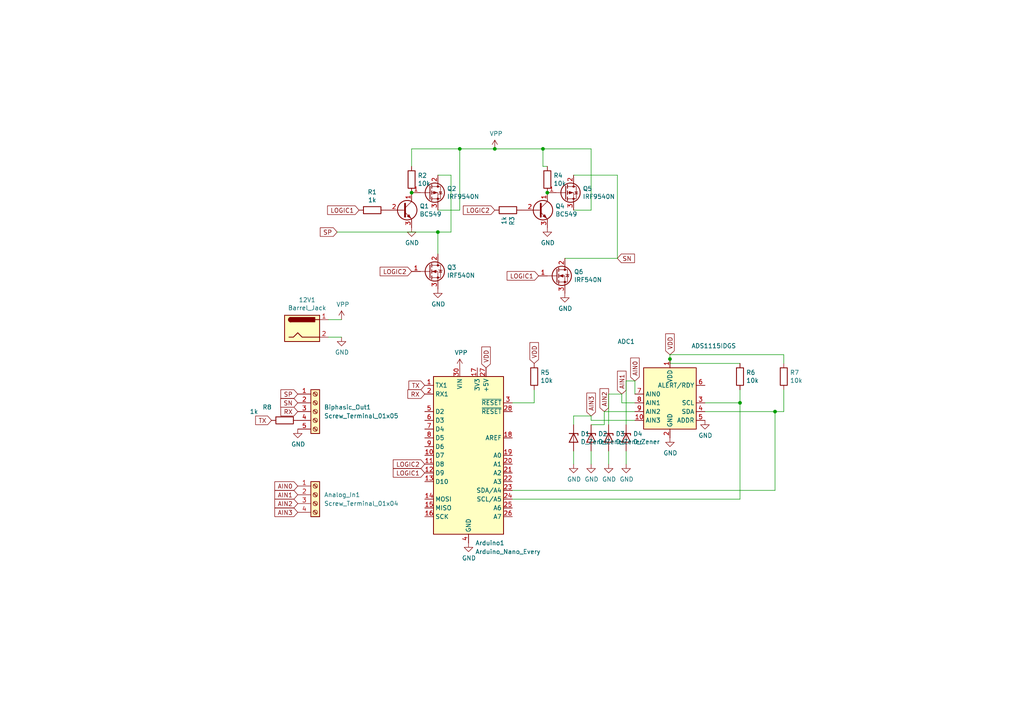
<source format=kicad_sch>
(kicad_sch (version 20230121) (generator eeschema)
  (paper "A4")
  (lib_symbols
    (symbol "Analog_ADC:ADS1115IDGS"
      (property "Reference" "U3" (at -12.7 17.78 0))
      (property "Value" "ADS1115IDGS" (at 12.7 16.51 0))
      (symbol "ADS1115IDGS_0_1"
        (rectangle (start -7.62 10.16) (end 7.62 -7.62) (stroke (width 0.254)) (fill (type background)))
      )
      (symbol "ADS1115IDGS_1_1"
        (pin power_in line (at 0 12.7 270) (length 2.54) (name "VDD") (number "1"))
        (pin input line (at -10.16 -5.08 0) (length 2.54) (name "AIN3") (number "10"))
        (pin power_in line (at 0 -10.16 90) (length 2.54) (name "GND") (number "2"))
        (pin input line (at 10.16 0 180) (length 2.54) (name "SCL") (number "3"))
        (pin bidirectional line (at 10.16 -2.54 180) (length 2.54) (name "SDA") (number "4"))
        (pin input line (at 10.16 -5.08 180) (length 2.54) (name "ADDR") (number "5"))
        (pin output line (at 10.16 5.08 180) (length 2.54) (name "ALERT/RDY") (number "6"))
        (pin input line (at -10.16 2.54 0) (length 2.54) (name "AIN0") (number "7"))
        (pin input line (at -10.16 0 0) (length 2.54) (name "AIN1") (number "8"))
        (pin input line (at -10.16 -2.54 0) (length 2.54) (name "AIN2") (number "9"))
      )
    )
    (symbol "Connector:Barrel_Jack" (pin_names (offset 1.016))
      (property "Reference" "J" (at 0 5.334 0))
      (property "Value" "Barrel_Jack" (at 0 -5.08 0))
      (symbol "Barrel_Jack_0_1"
        (rectangle (start -5.08 3.81) (end 5.08 -3.81) (stroke (width 0.254)) (fill (type background)))
        (arc (start -3.302 3.175) (mid -3.9343 2.54) (end -3.302 1.905) (stroke (width 0.254)))
        (arc (start -3.302 3.175) (mid -3.9343 2.54) (end -3.302 1.905) (stroke (width 0.254)) (fill (type outline)))
        (polyline (pts (xy 5.08 2.54) (xy 3.81 2.54)) (stroke (width 0.254)))
        (polyline (pts (xy -3.81 -2.54) (xy -2.54 -2.54) (xy -1.27 -1.27) (xy 0 -2.54) (xy 2.54 -2.54) (xy 5.08 -2.54)) (stroke (width 0.254)))
        (rectangle (start 3.683 3.175) (end -3.302 1.905) (stroke (width 0.254)) (fill (type outline)))
      )
      (symbol "Barrel_Jack_1_1"
        (pin passive line (at 7.62 2.54 180) (length 2.54) (name "~") (number "1"))
        (pin passive line (at 7.62 -2.54 180) (length 2.54) (name "~") (number "2"))
      )
    )
    (symbol "Connector:Screw_Terminal_01x04" (pin_names (offset 1.016) hide)
      (property "Reference" "J" (at 0 5.08 0))
      (property "Value" "Screw_Terminal_01x04" (at 0 -7.62 0))
      (symbol "Screw_Terminal_01x04_1_1"
        (rectangle (start -1.27 3.81) (end 1.27 -6.35) (stroke (width 0.254)) (fill (type background)))
        (circle (center 0 -5.08) (radius 0.635) (stroke (width 0.1524)))
        (circle (center 0 -2.54) (radius 0.635) (stroke (width 0.1524)))
        (polyline (pts (xy -0.5334 -4.7498) (xy 0.3302 -5.588)) (stroke (width 0.1524)))
        (polyline (pts (xy -0.5334 -2.2098) (xy 0.3302 -3.048)) (stroke (width 0.1524)))
        (polyline (pts (xy -0.5334 0.3302) (xy 0.3302 -0.508)) (stroke (width 0.1524)))
        (polyline (pts (xy -0.5334 2.8702) (xy 0.3302 2.032)) (stroke (width 0.1524)))
        (polyline (pts (xy -0.3556 -4.572) (xy 0.508 -5.4102)) (stroke (width 0.1524)))
        (polyline (pts (xy -0.3556 -2.032) (xy 0.508 -2.8702)) (stroke (width 0.1524)))
        (polyline (pts (xy -0.3556 0.508) (xy 0.508 -0.3302)) (stroke (width 0.1524)))
        (polyline (pts (xy -0.3556 3.048) (xy 0.508 2.2098)) (stroke (width 0.1524)))
        (circle (center 0 0) (radius 0.635) (stroke (width 0.1524)))
        (circle (center 0 2.54) (radius 0.635) (stroke (width 0.1524)))
        (pin passive line (at -5.08 2.54 0) (length 3.81) (name "Pin_1") (number "1"))
        (pin passive line (at -5.08 0 0) (length 3.81) (name "Pin_2") (number "2"))
        (pin passive line (at -5.08 -2.54 0) (length 3.81) (name "Pin_3") (number "3"))
        (pin passive line (at -5.08 -5.08 0) (length 3.81) (name "Pin_4") (number "4"))
      )
    )
    (symbol "Connector:Screw_Terminal_01x05" (pin_names (offset 1.016) hide)
      (property "Reference" "J" (at 0 7.62 0))
      (property "Value" "Screw_Terminal_01x05" (at 0 -7.62 0))
      (symbol "Screw_Terminal_01x05_1_1"
        (rectangle (start -1.27 6.35) (end 1.27 -6.35) (stroke (width 0.254)) (fill (type background)))
        (circle (center 0 -5.08) (radius 0.635) (stroke (width 0.1524)))
        (circle (center 0 -2.54) (radius 0.635) (stroke (width 0.1524)))
        (polyline (pts (xy -0.5334 -4.7498) (xy 0.3302 -5.588)) (stroke (width 0.1524)))
        (polyline (pts (xy -0.5334 -2.2098) (xy 0.3302 -3.048)) (stroke (width 0.1524)))
        (polyline (pts (xy -0.5334 0.3302) (xy 0.3302 -0.508)) (stroke (width 0.1524)))
        (polyline (pts (xy -0.5334 2.8702) (xy 0.3302 2.032)) (stroke (width 0.1524)))
        (polyline (pts (xy -0.5334 5.4102) (xy 0.3302 4.572)) (stroke (width 0.1524)))
        (polyline (pts (xy -0.3556 -4.572) (xy 0.508 -5.4102)) (stroke (width 0.1524)))
        (polyline (pts (xy -0.3556 -2.032) (xy 0.508 -2.8702)) (stroke (width 0.1524)))
        (polyline (pts (xy -0.3556 0.508) (xy 0.508 -0.3302)) (stroke (width 0.1524)))
        (polyline (pts (xy -0.3556 3.048) (xy 0.508 2.2098)) (stroke (width 0.1524)))
        (polyline (pts (xy -0.3556 5.588) (xy 0.508 4.7498)) (stroke (width 0.1524)))
        (circle (center 0 0) (radius 0.635) (stroke (width 0.1524)))
        (circle (center 0 2.54) (radius 0.635) (stroke (width 0.1524)))
        (circle (center 0 5.08) (radius 0.635) (stroke (width 0.1524)))
        (pin passive line (at -5.08 5.08 0) (length 3.81) (name "Pin_1") (number "1"))
        (pin passive line (at -5.08 2.54 0) (length 3.81) (name "Pin_2") (number "2"))
        (pin passive line (at -5.08 0 0) (length 3.81) (name "Pin_3") (number "3"))
        (pin passive line (at -5.08 -2.54 0) (length 3.81) (name "Pin_4") (number "4"))
        (pin passive line (at -5.08 -5.08 0) (length 3.81) (name "Pin_5") (number "5"))
      )
    )
    (symbol "Device:D_Zener" (pin_numbers hide) (pin_names (offset 1.016) hide)
      (property "Reference" "D" (at 0 2.54 0))
      (property "Value" "D_Zener" (at 0 -2.54 0))
      (symbol "D_Zener_0_1"
        (polyline (pts (xy 1.27 0) (xy -1.27 0)))
        (polyline (pts (xy -1.27 -1.27) (xy -1.27 1.27) (xy -0.762 1.27)) (stroke (width 0.254)))
        (polyline (pts (xy 1.27 -1.27) (xy 1.27 1.27) (xy -1.27 0) (xy 1.27 -1.27)) (stroke (width 0.254)))
      )
      (symbol "D_Zener_1_1"
        (pin passive line (at -3.81 0 0) (length 2.54) (name "K") (number "1"))
        (pin passive line (at 3.81 0 180) (length 2.54) (name "A") (number "2"))
      )
    )
    (symbol "Device:R" (pin_numbers hide) (pin_names (offset 0))
      (property "Reference" "R" (at 2.032 0 90))
      (property "Value" "R" (at 0 0 90))
      (symbol "R_0_1"
        (rectangle (start -1.016 -2.54) (end 1.016 2.54) (stroke (width 0.254)))
      )
      (symbol "R_1_1"
        (pin passive line (at 0 3.81 270) (length 1.27) (name "~") (number "1"))
        (pin passive line (at 0 -3.81 90) (length 1.27) (name "~") (number "2"))
      )
    )
    (symbol "MCU_Module:Arduino_Nano_Every"
      (property "Reference" "A" (at -10.16 23.495 0))
      (property "Value" "Arduino_Nano_Every" (at 5.08 -24.13 0))
      (symbol "Arduino_Nano_Every_0_1"
        (rectangle (start -10.16 22.86) (end 10.16 -22.86) (stroke (width 0.254)) (fill (type background)))
      )
      (symbol "Arduino_Nano_Every_1_1"
        (pin bidirectional line (at -12.7 20.32 0) (length 2.54) (name "TX1") (number "1"))
        (pin bidirectional line (at -12.7 0 0) (length 2.54) (name "D7") (number "10"))
        (pin bidirectional line (at -12.7 -2.54 0) (length 2.54) (name "D8") (number "11"))
        (pin bidirectional line (at -12.7 -5.08 0) (length 2.54) (name "D9") (number "12"))
        (pin bidirectional line (at -12.7 -7.62 0) (length 2.54) (name "D10") (number "13"))
        (pin bidirectional line (at -12.7 -12.7 0) (length 2.54) (name "MOSI") (number "14"))
        (pin bidirectional line (at -12.7 -15.24 0) (length 2.54) (name "MISO") (number "15"))
        (pin bidirectional line (at -12.7 -17.78 0) (length 2.54) (name "SCK") (number "16"))
        (pin power_out line (at 2.54 25.4 270) (length 2.54) (name "3V3") (number "17"))
        (pin input line (at 12.7 5.08 180) (length 2.54) (name "AREF") (number "18"))
        (pin bidirectional line (at 12.7 0 180) (length 2.54) (name "A0") (number "19"))
        (pin bidirectional line (at -12.7 17.78 0) (length 2.54) (name "RX1") (number "2"))
        (pin bidirectional line (at 12.7 -2.54 180) (length 2.54) (name "A1") (number "20"))
        (pin bidirectional line (at 12.7 -5.08 180) (length 2.54) (name "A2") (number "21"))
        (pin bidirectional line (at 12.7 -7.62 180) (length 2.54) (name "A3") (number "22"))
        (pin bidirectional line (at 12.7 -10.16 180) (length 2.54) (name "SDA/A4") (number "23"))
        (pin bidirectional line (at 12.7 -12.7 180) (length 2.54) (name "SCL/A5") (number "24"))
        (pin bidirectional line (at 12.7 -15.24 180) (length 2.54) (name "A6") (number "25"))
        (pin bidirectional line (at 12.7 -17.78 180) (length 2.54) (name "A7") (number "26"))
        (pin power_out line (at 5.08 25.4 270) (length 2.54) (name "+5V") (number "27"))
        (pin input line (at 12.7 12.7 180) (length 2.54) (name "~{RESET}") (number "28"))
        (pin passive line (at 0 -25.4 90) (length 2.54) hide (name "GND") (number "29"))
        (pin input line (at 12.7 15.24 180) (length 2.54) (name "~{RESET}") (number "3"))
        (pin power_in line (at -2.54 25.4 270) (length 2.54) (name "VIN") (number "30"))
        (pin power_in line (at 0 -25.4 90) (length 2.54) (name "GND") (number "4"))
        (pin bidirectional line (at -12.7 12.7 0) (length 2.54) (name "D2") (number "5"))
        (pin bidirectional line (at -12.7 10.16 0) (length 2.54) (name "D3") (number "6"))
        (pin bidirectional line (at -12.7 7.62 0) (length 2.54) (name "D4") (number "7"))
        (pin bidirectional line (at -12.7 5.08 0) (length 2.54) (name "D5") (number "8"))
        (pin bidirectional line (at -12.7 2.54 0) (length 2.54) (name "D6") (number "9"))
      )
    )
    (symbol "Transistor_BJT:BC549" (pin_names (offset 0) hide)
      (property "Reference" "Q" (at 5.08 1.905 0))
      (property "Value" "BC549" (at 5.08 0 0))
      (symbol "BC549_0_1"
        (polyline (pts (xy 0 0) (xy 0.635 0)))
        (polyline (pts (xy 0.635 0.635) (xy 2.54 2.54)))
        (polyline (pts (xy 0.635 -0.635) (xy 2.54 -2.54) (xy 2.54 -2.54)))
        (polyline (pts (xy 0.635 1.905) (xy 0.635 -1.905) (xy 0.635 -1.905)) (stroke (width 0.508)))
        (polyline (pts (xy 1.27 -1.778) (xy 1.778 -1.27) (xy 2.286 -2.286) (xy 1.27 -1.778) (xy 1.27 -1.778)) (fill (type outline)))
        (circle (center 1.27 0) (radius 2.8194) (stroke (width 0.254)))
      )
      (symbol "BC549_1_1"
        (pin passive line (at 2.54 5.08 270) (length 2.54) (name "C") (number "1"))
        (pin input line (at -5.08 0 0) (length 5.08) (name "B") (number "2"))
        (pin passive line (at 2.54 -5.08 90) (length 2.54) (name "E") (number "3"))
      )
    )
    (symbol "Transistor_FET:IRF540N" (pin_names hide)
      (property "Reference" "Q" (at 6.35 1.905 0))
      (property "Value" "IRF540N" (at 6.35 0 0))
      (symbol "IRF540N_0_1"
        (polyline (pts (xy 0.254 0) (xy -2.54 0)))
        (polyline (pts (xy 0.254 1.905) (xy 0.254 -1.905)) (stroke (width 0.254)))
        (polyline (pts (xy 0.762 -1.27) (xy 0.762 -2.286)) (stroke (width 0.254)))
        (polyline (pts (xy 0.762 0.508) (xy 0.762 -0.508)) (stroke (width 0.254)))
        (polyline (pts (xy 0.762 2.286) (xy 0.762 1.27)) (stroke (width 0.254)))
        (polyline (pts (xy 2.54 2.54) (xy 2.54 1.778)))
        (polyline (pts (xy 2.54 -2.54) (xy 2.54 0) (xy 0.762 0)))
        (polyline (pts (xy 0.762 -1.778) (xy 3.302 -1.778) (xy 3.302 1.778) (xy 0.762 1.778)))
        (polyline (pts (xy 1.016 0) (xy 2.032 0.381) (xy 2.032 -0.381) (xy 1.016 0)) (fill (type outline)))
        (polyline (pts (xy 2.794 0.508) (xy 2.921 0.381) (xy 3.683 0.381) (xy 3.81 0.254)))
        (polyline (pts (xy 3.302 0.381) (xy 2.921 -0.254) (xy 3.683 -0.254) (xy 3.302 0.381)))
        (circle (center 1.651 0) (radius 2.794) (stroke (width 0.254)))
        (circle (center 2.54 -1.778) (radius 0.254) (fill (type outline)))
        (circle (center 2.54 1.778) (radius 0.254) (fill (type outline)))
      )
      (symbol "IRF540N_1_1"
        (pin input line (at -5.08 0 0) (length 2.54) (name "G") (number "1"))
        (pin passive line (at 2.54 5.08 270) (length 2.54) (name "D") (number "2"))
        (pin passive line (at 2.54 -5.08 90) (length 2.54) (name "S") (number "3"))
      )
    )
    (symbol "Transistor_FET:IRF9540N" (pin_names hide)
      (property "Reference" "Q" (at 5.08 1.905 0))
      (property "Value" "IRF9540N" (at 5.08 0 0))
      (symbol "IRF9540N_0_1"
        (polyline (pts (xy 0.254 0) (xy -2.54 0)))
        (polyline (pts (xy 0.254 1.905) (xy 0.254 -1.905)) (stroke (width 0.254)))
        (polyline (pts (xy 0.762 -1.27) (xy 0.762 -2.286)) (stroke (width 0.254)))
        (polyline (pts (xy 0.762 0.508) (xy 0.762 -0.508)) (stroke (width 0.254)))
        (polyline (pts (xy 0.762 2.286) (xy 0.762 1.27)) (stroke (width 0.254)))
        (polyline (pts (xy 2.54 2.54) (xy 2.54 1.778)))
        (polyline (pts (xy 2.54 -2.54) (xy 2.54 0) (xy 0.762 0)))
        (polyline (pts (xy 0.762 1.778) (xy 3.302 1.778) (xy 3.302 -1.778) (xy 0.762 -1.778)))
        (polyline (pts (xy 2.286 0) (xy 1.27 0.381) (xy 1.27 -0.381) (xy 2.286 0)) (fill (type outline)))
        (polyline (pts (xy 2.794 -0.508) (xy 2.921 -0.381) (xy 3.683 -0.381) (xy 3.81 -0.254)))
        (polyline (pts (xy 3.302 -0.381) (xy 2.921 0.254) (xy 3.683 0.254) (xy 3.302 -0.381)))
        (circle (center 1.651 0) (radius 2.794) (stroke (width 0.254)))
        (circle (center 2.54 -1.778) (radius 0.254) (fill (type outline)))
        (circle (center 2.54 1.778) (radius 0.254) (fill (type outline)))
      )
      (symbol "IRF9540N_1_1"
        (pin input line (at -5.08 0 0) (length 2.54) (name "G") (number "1"))
        (pin passive line (at 2.54 5.08 270) (length 2.54) (name "D") (number "2"))
        (pin passive line (at 2.54 -5.08 90) (length 2.54) (name "S") (number "3"))
      )
    )
    (symbol "power:GND" (power) (pin_names (offset 0))
      (property "Value" "GND" (at 0 -3.81 0))
      (symbol "GND_0_1"
        (polyline (pts (xy 0 0) (xy 0 -1.27) (xy 1.27 -1.27) (xy 0 -2.54) (xy -1.27 -1.27) (xy 0 -1.27)))
      )
      (symbol "GND_1_1"
        (pin power_in line (at 0 0 270) (length 0) hide (name "GND") (number "1"))
      )
    )
    (symbol "power:VPP" (power) (pin_names (offset 0))
      (property "Value" "VPP" (at 0 3.81 0))
      (symbol "VPP_0_1"
        (polyline (pts (xy -0.762 1.27) (xy 0 2.54)))
        (polyline (pts (xy 0 0) (xy 0 2.54)))
        (polyline (pts (xy 0 2.54) (xy 0.762 1.27)))
      )
      (symbol "VPP_1_1"
        (pin power_in line (at 0 0 90) (length 0) hide (name "VPP") (number "1"))
      )
    )
  )
  (junction (at 214.63 116.84))
  (junction (at 158.75 55.88))
  (junction (at 133.35 43.18))
  (junction (at 143.51 43.18))
  (junction (at 119.38 55.88))
  (junction (at 157.48 43.18))
  (junction (at 127 67.31))
  (junction (at 194.31 104.14))
  (junction (at 224.79 119.38))
  (wire (pts (xy 184.15 116.84) (xy 180.34 116.84)))
  (wire (pts (xy 163.83 74.93) (xy 179.07 74.93)))
  (wire (pts (xy 95.25 92.71) (xy 99.06 92.71)))
  (wire (pts (xy 204.47 119.38) (xy 224.79 119.38)))
  (wire (pts (xy 194.31 104.14) (xy 194.31 102.87)))
  (wire (pts (xy 214.63 105.41) (xy 194.31 105.41)))
  (wire (pts (xy 171.45 60.96) (xy 171.45 43.18)))
  (wire (pts (xy 176.53 114.3) (xy 180.34 114.3)))
  (wire (pts (xy 154.94 113.03) (xy 154.94 116.84)))
  (wire (pts (xy 175.26 119.38) (xy 184.15 119.38)))
  (wire (pts (xy 166.37 130.81) (xy 166.37 134.62)))
  (wire (pts (xy 157.48 43.18) (xy 171.45 43.18)))
  (wire (pts (xy 127 50.8) (xy 130.81 50.8)))
  (wire (pts (xy 175.26 119.38) (xy 175.26 123.19)))
  (wire (pts (xy 176.53 130.81) (xy 176.53 134.62)))
  (wire (pts (xy 133.35 60.96) (xy 133.35 43.18)))
  (wire (pts (xy 184.15 110.49) (xy 184.15 114.3)))
  (wire (pts (xy 127 60.96) (xy 133.35 60.96)))
  (wire (pts (xy 130.81 67.31) (xy 127 67.31)))
  (wire (pts (xy 227.33 119.38) (xy 227.33 113.03)))
  (wire (pts (xy 148.59 116.84) (xy 154.94 116.84)))
  (wire (pts (xy 224.79 119.38) (xy 224.79 142.24)))
  (wire (pts (xy 204.47 116.84) (xy 214.63 116.84)))
  (wire (pts (xy 181.61 130.81) (xy 181.61 134.62)))
  (wire (pts (xy 148.59 144.78) (xy 214.63 144.78)))
  (wire (pts (xy 224.79 119.38) (xy 227.33 119.38)))
  (wire (pts (xy 181.61 110.49) (xy 184.15 110.49)))
  (wire (pts (xy 166.37 60.96) (xy 171.45 60.96)))
  (wire (pts (xy 181.61 123.19) (xy 181.61 110.49)))
  (wire (pts (xy 119.38 43.18) (xy 133.35 43.18)))
  (wire (pts (xy 166.37 50.8) (xy 179.07 50.8)))
  (wire (pts (xy 214.63 116.84) (xy 214.63 113.03)))
  (wire (pts (xy 171.45 121.92) (xy 171.45 120.65)))
  (wire (pts (xy 95.25 97.79) (xy 99.06 97.79)))
  (wire (pts (xy 179.07 50.8) (xy 179.07 74.93)))
  (wire (pts (xy 97.79 67.31) (xy 127 67.31)))
  (wire (pts (xy 194.31 102.87) (xy 227.33 102.87)))
  (wire (pts (xy 214.63 116.84) (xy 214.63 144.78)))
  (wire (pts (xy 157.48 43.18) (xy 157.48 48.26)))
  (wire (pts (xy 171.45 130.81) (xy 171.45 134.62)))
  (wire (pts (xy 184.15 121.92) (xy 171.45 121.92)))
  (wire (pts (xy 157.48 48.26) (xy 158.75 48.26)))
  (wire (pts (xy 119.38 43.18) (xy 119.38 48.26)))
  (wire (pts (xy 171.45 123.19) (xy 175.26 123.19)))
  (wire (pts (xy 133.35 43.18) (xy 143.51 43.18)))
  (wire (pts (xy 224.79 142.24) (xy 148.59 142.24)))
  (wire (pts (xy 127 67.31) (xy 127 73.66)))
  (wire (pts (xy 166.37 123.19) (xy 166.37 120.65)))
  (wire (pts (xy 194.31 105.41) (xy 194.31 104.14)))
  (wire (pts (xy 130.81 50.8) (xy 130.81 67.31)))
  (wire (pts (xy 143.51 43.18) (xy 157.48 43.18)))
  (wire (pts (xy 176.53 123.19) (xy 176.53 114.3)))
  (wire (pts (xy 180.34 116.84) (xy 180.34 114.3)))
  (wire (pts (xy 166.37 120.65) (xy 171.45 120.65)))
  (wire (pts (xy 227.33 105.41) (xy 227.33 102.87)))
  (global_label "SP" (shape input) (at 97.79 67.31 180) (property "Intersheetrefs" "${INTERSHEET_REFS}" (effects hide)))
  (global_label "LOGIC1" (shape input) (at 156.21 80.01 180) (property "Intersheetrefs" "${INTERSHEET_REFS}" (effects hide)))
  (global_label "TX" (shape input) (at 78.74 121.92 180) (property "Intersheetrefs" "${INTERSHEET_REFS}" (effects hide)))
  (global_label "AIN0" (shape input) (at 86.36 140.97 180) (property "Intersheetrefs" "${INTERSHEET_REFS}" (effects hide)))
  (global_label "SN" (shape input) (at 179.07 74.93 0) (property "Intersheetrefs" "${INTERSHEET_REFS}" (effects hide)))
  (global_label "LOGIC2" (shape input) (at 119.38 78.74 180) (property "Intersheetrefs" "${INTERSHEET_REFS}" (effects hide)))
  (global_label "AIN3" (shape input) (at 171.45 120.65 90) (property "Intersheetrefs" "${INTERSHEET_REFS}" (effects hide)))
  (global_label "VDD" (shape input) (at 194.31 102.87 90) (property "Intersheetrefs" "${INTERSHEET_REFS}" (effects hide)))
  (global_label "AIN2" (shape input) (at 175.26 119.38 90) (property "Intersheetrefs" "${INTERSHEET_REFS}" (effects hide)))
  (global_label "AIN3" (shape input) (at 86.36 148.59 180) (property "Intersheetrefs" "${INTERSHEET_REFS}" (effects hide)))
  (global_label "LOGIC2" (shape input) (at 123.19 134.62 180) (property "Intersheetrefs" "${INTERSHEET_REFS}" (effects hide)))
  (global_label "RX" (shape input) (at 123.19 114.3 180) (property "Intersheetrefs" "${INTERSHEET_REFS}" (effects hide)))
  (global_label "VDD" (shape input) (at 154.94 105.41 90) (property "Intersheetrefs" "${INTERSHEET_REFS}" (effects hide)))
  (global_label "LOGIC1" (shape input) (at 104.14 60.96 180) (property "Intersheetrefs" "${INTERSHEET_REFS}" (effects hide)))
  (global_label "TX" (shape input) (at 123.19 111.76 180) (property "Intersheetrefs" "${INTERSHEET_REFS}" (effects hide)))
  (global_label "AIN2" (shape input) (at 86.36 146.05 180) (property "Intersheetrefs" "${INTERSHEET_REFS}" (effects hide)))
  (global_label "SN" (shape input) (at 86.36 116.84 180) (property "Intersheetrefs" "${INTERSHEET_REFS}" (effects hide)))
  (global_label "RX" (shape input) (at 86.36 119.38 180) (property "Intersheetrefs" "${INTERSHEET_REFS}" (effects hide)))
  (global_label "LOGIC1" (shape input) (at 123.19 137.16 180) (property "Intersheetrefs" "${INTERSHEET_REFS}" (effects hide)))
  (global_label "AIN1" (shape input) (at 86.36 143.51 180) (property "Intersheetrefs" "${INTERSHEET_REFS}" (effects hide)))
  (global_label "LOGIC2" (shape input) (at 143.51 60.96 180) (property "Intersheetrefs" "${INTERSHEET_REFS}" (effects hide)))
  (global_label "VDD" (shape input) (at 140.97 106.68 90) (property "Intersheetrefs" "${INTERSHEET_REFS}" (effects hide)))
  (global_label "AIN0" (shape input) (at 184.15 110.49 90) (property "Intersheetrefs" "${INTERSHEET_REFS}" (effects hide)))
  (global_label "SP" (shape input) (at 86.36 114.3 180) (property "Intersheetrefs" "${INTERSHEET_REFS}" (effects hide)))
  (global_label "AIN1" (shape input) (at 180.34 114.3 90) (property "Intersheetrefs" "${INTERSHEET_REFS}" (effects hide)))
  (symbol (lib_id "Transistor_FET:IRF9540N") (at 124.46 55.88 0) (unit 1)
    (property "Reference" "Q2" (at 129.6416 54.7116 0) (effects (justify left)))
    (property "Value" "IRF9540N" (at 129.6416 57.023 0) (effects (justify left)))
    (property "Footprint" "Package_TO_SOT_THT:TO-220-3_Vertical" (effects hide))
    (property "Datasheet" "http://www.irf.com/product-info/datasheets/data/irf9540n.pdf" (effects hide))
  )
  (symbol (lib_id "Transistor_FET:IRF9540N") (at 163.83 55.88 0) (unit 1)
    (property "Reference" "Q5" (at 169.0116 54.7116 0) (effects (justify left)))
    (property "Value" "IRF9540N" (at 169.0116 57.023 0) (effects (justify left)))
    (property "Footprint" "Package_TO_SOT_THT:TO-220-3_Vertical" (effects hide))
    (property "Datasheet" "http://www.irf.com/product-info/datasheets/data/irf9540n.pdf" (effects hide))
  )
  (symbol (lib_id "Transistor_BJT:BC549") (at 116.84 60.96 0) (unit 1)
    (property "Reference" "Q1" (at 121.6914 59.7916 0) (effects (justify left)))
    (property "Value" "BC549" (at 121.6914 62.103 0) (effects (justify left)))
    (property "Footprint" "Package_TO_SOT_THT:TO-92_Inline_Wide" (effects hide))
    (property "Datasheet" "https://www.onsemi.com/pub/Collateral/BC550-D.pdf" (effects hide))
  )
  (symbol (lib_id "Transistor_BJT:BC549") (at 156.21 60.96 0) (unit 1)
    (property "Reference" "Q4" (at 161.0614 59.7916 0) (effects (justify left)))
    (property "Value" "BC549" (at 161.0614 62.103 0) (effects (justify left)))
    (property "Footprint" "Package_TO_SOT_THT:TO-92_Inline_Wide" (effects hide))
    (property "Datasheet" "https://www.onsemi.com/pub/Collateral/BC550-D.pdf" (effects hide))
  )
  (symbol (lib_id "Transistor_FET:IRF540N") (at 124.46 78.74 0) (unit 1)
    (property "Reference" "Q3" (at 129.6416 77.5716 0) (effects (justify left)))
    (property "Value" "IRF540N" (at 129.6416 79.883 0) (effects (justify left)))
    (property "Footprint" "Package_TO_SOT_THT:TO-220-3_Vertical" (effects hide))
    (property "Datasheet" "http://www.irf.com/product-info/datasheets/data/irf540n.pdf" (effects hide))
  )
  (symbol (lib_id "Transistor_FET:IRF540N") (at 161.29 80.01 0) (unit 1)
    (property "Reference" "Q6" (at 166.4716 78.8416 0) (effects (justify left)))
    (property "Value" "IRF540N" (at 166.4716 81.153 0) (effects (justify left)))
    (property "Footprint" "Package_TO_SOT_THT:TO-220-3_Vertical" (effects hide))
    (property "Datasheet" "http://www.irf.com/product-info/datasheets/data/irf540n.pdf" (effects hide))
  )
  (symbol (lib_id "Device:R") (at 119.38 52.07 0) (unit 1)
    (property "Reference" "R2" (at 121.158 50.9016 0) (effects (justify left)))
    (property "Value" "10k" (at 121.158 53.213 0) (effects (justify left)))
    (property "Footprint" "Resistor_SMD:R_1206_3216Metric" (effects hide))
  )
  (symbol (lib_id "Device:R") (at 158.75 52.07 0) (unit 1)
    (property "Reference" "R4" (at 160.528 50.9016 0) (effects (justify left)))
    (property "Value" "10k" (at 160.528 53.213 0) (effects (justify left)))
    (property "Footprint" "Resistor_SMD:R_1206_3216Metric" (effects hide))
  )
  (symbol (lib_id "Device:R") (at 107.95 60.96 270) (unit 1)
    (property "Reference" "R1" (at 107.95 55.7022 90))
    (property "Value" "1k" (at 107.95 58.0136 90))
    (property "Footprint" "Resistor_SMD:R_1206_3216Metric" (effects hide))
  )
  (symbol (lib_id "Device:R") (at 147.32 60.96 270) (unit 1)
    (property "Reference" "R3" (at 148.4884 62.738 0) (effects (justify left)))
    (property "Value" "1k" (at 146.177 62.738 0) (effects (justify left)))
    (property "Footprint" "Resistor_SMD:R_1206_3216Metric" (effects hide))
  )
  (symbol (lib_id "Connector:Barrel_Jack") (at 87.63 95.25 0) (unit 1)
    (property "Reference" "12V1" (at 89.0778 86.995 0))
    (property "Value" "Barrel_Jack" (at 89.0778 89.3064 0))
    (property "Footprint" "Connector_BarrelJack:BarrelJack_Horizontal" (effects hide))
  )
  (symbol (lib_id "Device:R") (at 154.94 109.22 0) (unit 1)
    (property "Reference" "R5" (at 156.718 108.0516 0) (effects (justify left)))
    (property "Value" "10k" (at 156.718 110.363 0) (effects (justify left)))
    (property "Footprint" "Resistor_SMD:R_1206_3216Metric" (effects hide))
  )
  (symbol (lib_id "Analog_ADC:ADS1115IDGS") (at 194.31 116.84 0) (unit 1)
    (property "Reference" "ADC1" (at 181.61 99.06 0))
    (property "Value" "ADS1115IDGS" (at 207.01 100.33 0))
    (property "Footprint" "ads1115module:Adafruit_ADS1115" (effects hide))
    (property "Datasheet" "http://www.ti.com/lit/ds/symlink/ads1113.pdf" (effects hide))
  )
  (symbol (lib_id "Device:R") (at 214.63 109.22 0) (unit 1)
    (property "Reference" "R6" (at 216.408 108.0516 0) (effects (justify left)))
    (property "Value" "10k" (at 216.408 110.363 0) (effects (justify left)))
    (property "Footprint" "Resistor_SMD:R_1206_3216Metric" (effects hide))
  )
  (symbol (lib_id "Device:R") (at 227.33 109.22 0) (unit 1)
    (property "Reference" "R7" (at 229.108 108.0516 0) (effects (justify left)))
    (property "Value" "10k" (at 229.108 110.363 0) (effects (justify left)))
    (property "Footprint" "Resistor_SMD:R_1206_3216Metric" (effects hide))
  )
  (symbol (lib_id "Device:D_Zener") (at 181.61 127 270) (unit 1)
    (property "Reference" "D4" (at 183.642 125.8316 90) (effects (justify left)))
    (property "Value" "D_Zener" (at 183.642 128.143 90) (effects (justify left)))
    (property "Footprint" "Diode_THT:D_DO-35_SOD27_P7.62mm_Horizontal" (effects hide))
  )
  (symbol (lib_id "Device:D_Zener") (at 176.53 127 270) (unit 1)
    (property "Reference" "D3" (at 178.562 125.8316 90) (effects (justify left)))
    (property "Value" "D_Zener" (at 178.562 128.143 90) (effects (justify left)))
    (property "Footprint" "Diode_THT:D_DO-35_SOD27_P7.62mm_Horizontal" (effects hide))
  )
  (symbol (lib_id "Device:D_Zener") (at 171.45 127 270) (unit 1)
    (property "Reference" "D2" (at 173.482 125.8316 90) (effects (justify left)))
    (property "Value" "D_Zener" (at 173.482 128.143 90) (effects (justify left)))
    (property "Footprint" "Diode_THT:D_DO-35_SOD27_P7.62mm_Horizontal" (effects hide))
  )
  (symbol (lib_id "Device:D_Zener") (at 166.37 127 270) (unit 1)
    (property "Reference" "D1" (at 168.402 125.8316 90) (effects (justify left)))
    (property "Value" "D_Zener" (at 168.402 128.143 90) (effects (justify left)))
    (property "Footprint" "Diode_THT:D_DO-35_SOD27_P7.62mm_Horizontal" (effects hide))
  )
  (symbol (lib_id "power:GND") (at 99.06 97.79 0) (unit 1)
    (property "Reference" "#PWR0101" (effects hide))
    (property "Value" "GND" (at 99.187 102.1842 0))
  )
  (symbol (lib_id "power:GND") (at 181.61 134.62 0) (unit 1)
    (property "Reference" "#PWR0103" (effects hide))
    (property "Value" "GND" (at 181.737 139.0142 0))
  )
  (symbol (lib_id "power:GND") (at 194.31 127 0) (unit 1)
    (property "Reference" "#PWR0104" (effects hide))
    (property "Value" "GND" (at 194.437 131.3942 0))
  )
  (symbol (lib_id "power:GND") (at 204.47 121.92 0) (unit 1)
    (property "Reference" "#PWR0105" (effects hide))
    (property "Value" "GND" (at 204.597 126.3142 0))
  )
  (symbol (lib_id "power:GND") (at 135.89 157.48 0) (unit 1)
    (property "Reference" "#PWR0108" (effects hide))
    (property "Value" "GND" (at 136.017 161.8742 0))
  )
  (symbol (lib_id "power:GND") (at 86.36 124.46 0) (unit 1)
    (property "Reference" "#PWR0109" (effects hide))
    (property "Value" "GND" (at 86.487 128.8542 0))
  )
  (symbol (lib_id "power:GND") (at 119.38 66.04 0) (unit 1)
    (property "Reference" "#PWR0110" (effects hide))
    (property "Value" "GND" (at 119.507 70.4342 0))
  )
  (symbol (lib_id "power:GND") (at 127 83.82 0) (unit 1)
    (property "Reference" "#PWR0112" (effects hide))
    (property "Value" "GND" (at 127.127 88.2142 0))
  )
  (symbol (lib_id "Device:R") (at 82.55 121.92 270) (unit 1)
    (property "Reference" "R8" (at 77.47 118.11 90))
    (property "Value" "1k" (at 73.66 119.38 90))
    (property "Footprint" "Resistor_SMD:R_1206_3216Metric" (effects hide))
  )
  (symbol (lib_id "power:VPP") (at 99.06 92.71 0) (unit 1)
    (property "Reference" "#PWR0119" (effects hide))
    (property "Value" "VPP" (at 99.441 88.3158 0))
  )
  (symbol (lib_id "power:VPP") (at 143.51 43.18 0) (unit 1)
    (property "Reference" "#PWR0120" (effects hide))
    (property "Value" "VPP" (at 143.891 38.7858 0))
  )
  (symbol (lib_id "power:GND") (at 163.83 85.09 0) (unit 1)
    (property "Reference" "#PWR0113" (effects hide))
    (property "Value" "GND" (at 163.957 89.4842 0))
  )
  (symbol (lib_id "power:GND") (at 176.53 134.62 0) (unit 1)
    (property "Reference" "#PWR0121" (effects hide))
    (property "Value" "GND" (at 176.657 139.0142 0))
  )
  (symbol (lib_id "power:GND") (at 171.45 134.62 0) (unit 1)
    (property "Reference" "#PWR0122" (effects hide))
    (property "Value" "GND" (at 171.577 139.0142 0))
  )
  (symbol (lib_id "power:GND") (at 166.37 134.62 0) (unit 1)
    (property "Reference" "#PWR0123" (effects hide))
    (property "Value" "GND" (at 166.497 139.0142 0))
  )
  (symbol (lib_id "power:GND") (at 158.75 66.04 0) (unit 1)
    (property "Reference" "#PWR0111" (effects hide))
    (property "Value" "GND" (at 158.877 70.4342 0))
  )
  (symbol (lib_id "Connector:Screw_Terminal_01x04") (at 91.44 143.51 0) (unit 1)
    (property "Reference" "Analog_In1" (at 93.98 143.51 0) (effects (justify left)))
    (property "Value" "Screw_Terminal_01x04" (at 93.98 146.05 0) (effects (justify left)))
    (property "Footprint" "TerminalBlock:TerminalBlock_bornier-4_P5.08mm" (effects hide))
  )
  (symbol (lib_id "Connector:Screw_Terminal_01x05") (at 91.44 119.38 0) (unit 1)
    (property "Reference" "Biphasic_Out1" (at 93.98 118.11 0) (effects (justify left)))
    (property "Value" "Screw_Terminal_01x05" (at 93.98 120.65 0) (effects (justify left)))
    (property "Footprint" "TerminalBlock:TerminalBlock_bornier-5_P5.08mm" (effects hide))
  )
  (symbol (lib_id "power:VPP") (at 133.35 106.68 0) (unit 1)
    (property "Reference" "#PWR01" (effects hide))
    (property "Value" "VPP" (at 133.731 102.2858 0))
  )
  (symbol (lib_id "MCU_Module:Arduino_Nano_Every") (at 135.89 132.08 0) (unit 1)
    (property "Reference" "Arduino1" (at 137.8459 157.48 0) (effects (justify left)))
    (property "Value" "Arduino_Nano_Every" (at 137.8459 160.02 0) (effects (justify left)))
    (property "Footprint" "Module:Arduino_Nano" (effects hide))
    (property "Datasheet" "https://content.arduino.cc/assets/NANOEveryV3.0_sch.pdf" (effects hide))
  )
)
</source>
